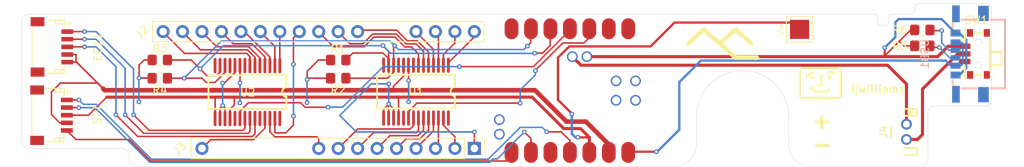
<source format=kicad_pcb>
(kicad_pcb (version 20241229) (generator "pcbnew") (generator_version "9.0")
  (layers (0 "F.Cu" signal) (2 "B.Cu" signal) (13 "F.Paste" user) (15 "B.Paste" user) (5 "F.SilkS" user "F.Silkscreen") (7 "B.SilkS" user "B.Silkscreen") (1 "F.Mask" user) (3 "B.Mask" user) (25 "Edge.Cuts" user))
  (net 0 "")
  (net 6 "GND")
  (net 7 "VCC")
  (net 8 "MOSI")
  (net 9 "SCK")
  (net 10 "CS")
  (net 11 "Net-(J2-R0)")
  (net 12 "Net-(J2-R1)")
  (net 13 "Net-(J2-R2)")
  (net 14 "Net-(J2-SHIFT)")
  (net 15 "Net-(J2-POWER)")
  (net 16 "Net-(J2-R9)")
  (net 17 "Net-(J2-R5)")
  (net 18 "Net-(J2-COMMAND)")
  (net 19 "Net-(J2-R6)")
  (net 20 "Net-(J2-R7)")
  (net 21 "Net-(J2-CONTROL)")
  (net 22 "Net-(J2-R3)")
  (net 23 "Net-(J2-R4)")
  (net 24 "Net-(J2-R8)")
  (net 25 "Net-(J2-OPTION)")
  (net 26 "Net-(J3-C3)")
  (net 27 "Net-(J3-C7)")
  (net 28 "Net-(J3-C4)")
  (net 29 "Net-(J3-C5)")
  (net 30 "Net-(J3-CAPSLOCK)")
  (net 31 "Net-(J3-C6)")
  (net 32 "Net-(J3-C2)")
  (net 33 "Net-(J3-C0)")
  (net 34 "Net-(J3-C1)")
  (net 35 "Net-(J4-Pin_1)")
  (net 36 "Net-(J4-Pin_2)")
  (net 37 "Net-(U1-SDA)")
  (net 38 "Net-(U1-SCK)")
  (net 43 "Net-(U2-GPA1)")
  (net 44 "Net-(U2-GPA2)")
  (net 47 "Net-(U2-GPA0)")
  (net 50 "Net-(USB1-CC2)")
  (net 51 "Net-(R5-Pad2)")
  (net 52 "Net-(USB1-CC1)")
  (net 57 "Net-(U1-INTA)")
  (net 59 "Net-(U2-INTA)")
  (net 60 "unconnected-(U2-INTB-Pad19)")
  (net 62 "Net-(XIAO1-5V)")
  (footprint "ADBv2:R_0805_2012Metric_Pad1.20x1.40mm_HandSolder" (layer "F.Cu") (at 147.32 105.1052 180)
    (property "Reference" "R2")
    (property "Value" "10k")
  )
  (footprint "ADBv2:R_0805_2012Metric_Pad1.20x1.40mm_HandSolder" (layer "F.Cu") (at 223.59 100.87 180)
    (property "Reference" "R5")
    (property "Value" "5.1k")
  )
  (footprint "ADBv2:PinHeader_1x20_P2.54mm_Vertical" (layer "F.Cu") (at 165.1 99 -90)
    (property "Reference" "J2")
    (property "Value" "TOP")
  )
  (footprint "ADBv2:R_0805_2012Metric_Pad1.20x1.40mm_HandSolder" (layer "F.Cu") (at 124.0276 105.1052 180)
    (property "Reference" "R4")
    (property "Value" "10k")
  )
  (footprint "ADBv2:CONN-SMD_SM05B-SRSS-TB-LF-SN" (layer "F.Cu") (at 110 101 -90)
    (property "Reference" "EC11")
    (property "Value" "EC11")
  )
  (footprint "ADBv2:SSOP-28_L10.2-W5.3-P0.65-LS7.8-BL" (layer "F.Cu") (at 157.48 106.86 180)
    (property "Reference" "U1")
    (property "Value" "MCP23017-E/SS")
  )
  (footprint "ADBv2:R_0805_2012Metric_Pad1.20x1.40mm_HandSolder" (layer "F.Cu") (at 147.32 102.7176 180)
    (property "Reference" "R1")
    (property "Value" "10k")
  )
  (footprint "ADBv2:CONN-TH_S2B-PH-K-S-GW" (layer "F.Cu") (at 221.52 112.13 90)
    (property "Reference" "J4")
    (property "Value" "BAT")
  )
  (footprint "ADBv2:xiao-ble-smd" (layer "F.Cu") (at 177.5714 106.725 -90)
    (property "Reference" "XIAO1" (hide yes))
    (property "Value" "MOUDLE-SEEEDUINO-XIAO-NRF52840" (hide yes))
  )
  (footprint "ADBv2:R_0805_2012Metric_Pad1.20x1.40mm_HandSolder" (layer "F.Cu") (at 124.0276 102.7176 180)
    (property "Reference" "R3")
    (property "Value" "10k")
  )
  (footprint "ADBv2:SW-SMD_MSK12CO2" (layer "F.Cu") (at 230.57 101.92 90)
    (property "Reference" "SW1")
    (property "Value" "MINI MSK12CO2")
  )
  (footprint "ADBv2:CONN-SMD_SM05B-SRSS-TB-LF-SN" (layer "F.Cu") (at 109.95 109.95 -90)
    (property "Reference" "SPI")
    (property "Value" "SPI")
  )
  (footprint "ADBv2:TestPoint_Pad_3.0x3.0mm" (layer "F.Cu") (at 207.56 98.71 90)
    (property "Reference" "V+")
    (property "Value" "3.3v")
  )
  (footprint "ADBv2:PinHeader_1x20_P2.54mm_Vertical" (layer "F.Cu") (at 165.1 114.3 -90)
    (property "Reference" "J3")
    (property "Value" "BOTTOM")
  )
  (footprint "ADBv2:R_0805_2012Metric_Pad1.20x1.40mm_HandSolder" (layer "F.Cu") (at 223.59 98.79)
    (property "Reference" "R6")
    (property "Value" "5.1k")
  )
  (footprint "ADBv2:SSOP-28_L10.2-W5.3-P0.65-LS7.8-BL" (layer "F.Cu") (at 135.47 106.92 180)
    (property "Reference" "U2")
    (property "Value" "MCP23017-E/SS")
  )
  (footprint "ADBv2:USB-C-SMD_TYPE-C-6P-QT073" (layer "B.Cu") (at 229.75 101.94 -90)
    (property "Reference" "USB1")
    (property "Value" "TYPE-C 6P QT073")
  )
  (gr_line (start 199.2128 98.7285) (end 201.2956 100.5827) (stroke (width 0.6)) (layer "F.SilkS"))
  (gr_line (start 209.55 106.85) (end 211.15 106.85) (stroke (width 0.3)) (layer "F.SilkS"))
  (gr_line (start 211.39 104.3) (end 211.69 104.3) (stroke (width 0.3)) (layer "F.SilkS"))
  (gr_line (start 197.13 100.57) (end 199.2128 98.7285) (stroke (width 0.6)) (layer "F.SilkS"))
  (gr_line (start 211.69 104.3) (end 211.95 104.45) (stroke (width 0.3)) (layer "F.SilkS"))
  (gr_line (start 192.9898 100.5827) (end 195.0472 98.7285) (stroke (width 0.6)) (layer "F.SilkS"))
  (gr_line (start 212.95 104.03) (end 212.95 107.43) (stroke (width 0.3)) (layer "F.SilkS"))
  (gr_line (start 211.15 106.85) (end 211.399998 106.579999) (stroke (width 0.3)) (layer "F.SilkS"))
  (gr_line (start 207.875 103.76) (end 212.665 103.76) (stroke (width 0.3)) (layer "F.SilkS"))
  (gr_line (start 209.55 106.85) (end 209.01 106.29) (stroke (width 0.3)) (layer "F.SilkS"))
  (gr_line (start 208.43 104.88) (end 209.02 104.44) (stroke (width 0.3)) (layer "F.SilkS"))
  (gr_line (start 195.0472 98.7285) (end 199.2128 102.4115) (stroke (width 0.6)) (layer "F.SilkS"))
  (gr_line (start 207.875 107.71) (end 212.665 107.71) (stroke (width 0.3)) (layer "F.SilkS"))
  (gr_line (start 199.2128 102.4115) (end 201.9814 102.4115) (stroke (width 0.6)) (layer "F.SilkS"))
  (gr_line (start 211.48 104.80625) (end 211.48 105.11375) (stroke (width 0.4)) (layer "F.SilkS"))
  (gr_line (start 207.59 104.03) (end 207.59 107.43) (stroke (width 0.3)) (layer "F.SilkS"))
  (gr_line (start 209.02 104.44) (end 209.32 104.44) (stroke (width 0.3)) (layer "F.SilkS"))
  (gr_line (start 209.025 105.03) (end 209.43 105.03) (stroke (width 0.3)) (layer "F.SilkS"))
  (gr_line (start 210.42 104.73) (end 210.42 106.04) (stroke (width 0.3)) (layer "F.SilkS"))
  (gr_line (start 211.95 104.45) (end 212.12 104.45) (stroke (width 0.3)) (layer "F.SilkS"))
  (gr_line (start 210.42 106.04) (end 209.95 106.04) (stroke (width 0.3)) (layer "F.SilkS"))
  (gr_arc (start 222.5878 95.913) (mid 222.763536 95.488736) (end 223.1878 95.313) (stroke (width 0.05)) (layer "Edge.Cuts"))
  (gr_line (start 219.610432 96.710432) (end 221.9878 96.713) (stroke (width 0.05)) (layer "Edge.Cuts"))
  (gr_line (start 194.12 110.1) (end 194.12 113.713) (stroke (width 0.05)) (layer "Edge.Cuts"))
  (gr_line (start 121 116.713) (end 191.12 116.713) (stroke (width 0.05)) (layer "Edge.Cuts"))
  (gr_line (start 231.9878 108.72) (end 225.31 108.72) (stroke (width 0.05)) (layer "Edge.Cuts"))
  (gr_line (start 106 113.3) (end 106 97.713) (stroke (width 0.05)) (layer "Edge.Cuts"))
  (gr_line (start 218.31 98.21) (end 218.61 98.21) (stroke (width 0.05)) (layer "Edge.Cuts"))
  (gr_line (start 178.8 96.713) (end 217.309969 96.710031) (stroke (width 0.05)) (layer "Edge.Cuts"))
  (gr_arc (start 121 116.713) (mid 120.292893 116.420107) (end 120 115.713) (stroke (width 0.05)) (layer "Edge.Cuts"))
  (gr_arc (start 106 97.713) (mid 106.292893 97.005893) (end 107 96.713) (stroke (width 0.05)) (layer "Edge.Cuts"))
  (gr_arc (start 219.21 97.61) (mid 219.034264 98.034264) (end 218.61 98.21) (stroke (width 0.05)) (layer "Edge.Cuts"))
  (gr_line (start 223.31 116.713) (end 209.12 116.713) (stroke (width 0.05)) (layer "Edge.Cuts"))
  (gr_arc (start 218.31 98.21) (mid 217.885736 98.034264) (end 217.71 97.61) (stroke (width 0.05)) (layer "Edge.Cuts"))
  (gr_arc (start 209.12 116.713) (mid 206.99868 115.83432) (end 206.12 113.713) (stroke (width 0.05)) (layer "Edge.Cuts"))
  (gr_line (start 222.5878 96.113) (end 222.5878 95.913) (stroke (width 0.05)) (layer "Edge.Cuts"))
  (gr_line (start 219.21 97.61) (end 219.21 97.110432) (stroke (width 0.05)) (layer "Edge.Cuts"))
  (gr_line (start 232.5878 95.913) (end 232.5878 108.12) (stroke (width 0.05)) (layer "Edge.Cuts"))
  (gr_arc (start 219.21 97.110432) (mid 219.32731 96.827437) (end 219.610432 96.710432) (stroke (width 0.05)) (layer "Edge.Cuts"))
  (gr_arc (start 231.9878 95.313) (mid 232.412064 95.488736) (end 232.5878 95.913) (stroke (width 0.05)) (layer "Edge.Cuts"))
  (gr_arc (start 194.12 110.1) (mid 195.877359 105.857359) (end 200.12 104.1) (stroke (width 0.05)) (layer "Edge.Cuts"))
  (gr_arc (start 224.31 109.72) (mid 224.602893 109.012893) (end 225.31 108.72) (stroke (width 0.05)) (layer "Edge.Cuts"))
  (gr_arc (start 107 114.3) (mid 106.292893 114.007107) (end 106 113.3) (stroke (width 0.05)) (layer "Edge.Cuts"))
  (gr_arc (start 217.309969 96.710031) (mid 217.592832 96.827177) (end 217.71 97.110031) (stroke (width 0.05)) (layer "Edge.Cuts"))
  (gr_arc (start 222.5878 96.113) (mid 222.412064 96.537264) (end 221.9878 96.713) (stroke (width 0.05)) (layer "Edge.Cuts"))
  (gr_line (start 119 114.3) (end 107 114.3) (stroke (width 0.05)) (layer "Edge.Cuts"))
  (gr_arc (start 119 114.3) (mid 119.707107 114.592893) (end 120 115.3) (stroke (width 0.05)) (layer "Edge.Cuts"))
  (gr_line (start 223.1878 95.313) (end 231.9878 95.313) (stroke (width 0.05)) (layer "Edge.Cuts"))
  (gr_arc (start 200.12 104.1) (mid 204.362641 105.857359) (end 206.12 110.1) (stroke (width 0.05)) (layer "Edge.Cuts"))
  (gr_line (start 224.31 109.72) (end 224.31 115.713) (stroke (width 0.05)) (layer "Edge.Cuts"))
  (gr_line (start 120 115.713) (end 120 115.3) (stroke (width 0.05)) (layer "Edge.Cuts"))
  (gr_line (start 217.71 97.110031) (end 217.71 97.61) (stroke (width 0.05)) (layer "Edge.Cuts"))
  (gr_arc (start 194.12 113.713) (mid 193.24132 115.83432) (end 191.12 116.713) (stroke (width 0.05)) (layer "Edge.Cuts"))
  (gr_line (start 206.12 110.1) (end 206.12 113.713) (stroke (width 0.05)) (layer "Edge.Cuts"))
  (gr_line (start 107 96.713) (end 178.8 96.713) (stroke (width 0.05)) (layer "Edge.Cuts"))
  (gr_arc (start 232.5878 108.12) (mid 232.412064 108.544264) (end 231.9878 108.72) (stroke (width 0.05)) (layer "Edge.Cuts"))
  (gr_arc (start 224.31 115.713) (mid 224.017107 116.420107) (end 223.31 116.713) (stroke (width 0.05)) (layer "Edge.Cuts"))
  (gr_text "-" (at 209 114.94 0) (layer "F.SilkS") (effects (font (size 2 2) (thickness 0.4) (bold yes)) (justify left bottom)))
  (gr_text "+" (at 208.95 111.88 0) (layer "F.SilkS") (effects (font (size 2 2) (thickness 0.4) (bold yes)) (justify left bottom)))
  (gr_text "ljwilliams" (at 214.12 107.11 0) (layer "F.SilkS") (effects (font (size 1 1) (thickness 0.2) (bold yes)) (justify left bottom)))
  (segment (start 129.54 106.68) (end 116.84 106.68) (width 0.6) (layer "F.Cu") (net 6))
  (segment (start 110.975 110.95) (end 109.88 109.855) (width 0.2) (layer "F.Cu") (net 6))
  (segment (start 153.924 105.8418) (end 153.924 106.68) (width 0.2) (layer "F.Cu") (net 6))
  (segment (start 152.39 106.68) (end 129.54 106.68) (width 0.6) (layer "F.Cu") (net 6))
  (segment (start 112 102) (end 113.09 102) (width 0.2) (layer "F.Cu") (net 6))
  (segment (start 133.85 104.3512) (end 133.85 103.378) (width 0.2) (layer "F.Cu") (net 6))
  (segment (start 113.09 102) (end 113.09 102.93) (width 0.2) (layer "F.Cu") (net 6))
  (segment (start 131.9 110.578) (end 131.9 108.9936) (width 0.2) (layer "F.Cu") (net 6))
  (segment (start 111.03 105.74) (end 115.9 105.74) (width 0.2) (layer "F.Cu") (net 6))
  (segment (start 154.5336 106.1564) (end 154.5336 106.68) (width 0.2) (layer "F.Cu") (net 6))
  (segment (start 111.95 110.95) (end 110.975 110.95) (width 0.2) (layer "F.Cu") (net 6))
  (segment (start 153.8986 108.4834) (end 153.924 108.4834) (width 0.2) (layer "F.Cu") (net 6))
  (segment (start 109.88 109.855) (end 109.88 106.9) (width 0.2) (layer "F.Cu") (net 6))
  (segment (start 155.855 104.835) (end 154.5336 106.1564) (width 0.2) (layer "F.Cu") (net 6))
  (segment (start 132.2324 108.6866) (end 132.2578 108.6866) (width 0.2) (layer "F.Cu") (net 6))
  (segment (start 153.905 108.477) (end 153.8986 108.4834) (width 0.2) (layer "F.Cu") (net 6))
  (segment (start 129.54 106.68) (end 132.207 106.68) (width 0.6) (layer "F.Cu") (net 6))
  (segment (start 111.03 105.75) (end 111.03 105.74) (width 0.2) (layer "F.Cu") (net 6))
  (segment (start 131.9 108.9936) (end 132.2324 108.6612) (width 0.2) (layer "F.Cu") (net 6))
  (segment (start 132.2324 108.6612) (end 132.2324 108.6866) (width 0.2) (layer "F.Cu") (net 6))
  (segment (start 112.01 103) (end 113.16 103) (width 0.2) (layer "F.Cu") (net 6))
  (segment (start 153.924 108.4834) (end 153.924 108.458) (width 0.2) (layer "F.Cu") (net 6))
  (segment (start 116.84 106.68) (end 116.63 106.47) (width 0.6) (layer "F.Cu") (net 6))
  (segment (start 153.905 110.28) (end 153.905 108.477) (width 0.2) (layer "F.Cu") (net 6))
  (segment (start 179.66 110.79) (end 182.6514 113.7814) (width 0.6) (layer "F.Cu") (net 6))
  (segment (start 132.55 108.9788) (end 132.55 110.578) (width 0.2) (layer "F.Cu") (net 6))
  (segment (start 165.1 114.3) (end 165.1 112.141) (width 0.2) (layer "F.Cu") (net 6))
  (segment (start 173.02 106.68) (end 177.13 110.79) (width 0.6) (layer "F.Cu") (net 6))
  (segment (start 132.2324 108.6612) (end 132.2324 108.6612) (width 0.2) (layer "F.Cu") (net 6))
  (segment (start 153.255 110.28) (end 153.255 109.1524) (width 0.2) (layer "F.Cu") (net 6))
  (segment (start 109.88 106.9) (end 111.03 105.75) (width 0.2) (layer "F.Cu") (net 6))
  (segment (start 153.255 109.1524) (end 153.924 108.4834) (width 0.2) (layer "F.Cu") (net 6))
  (segment (start 132.207 106.68) (end 132.207 105.9942) (width 0.2) (layer "F.Cu") (net 6))
  (segment (start 154.555 109.1144) (end 153.924 108.4834) (width 0.2) (layer "F.Cu") (net 6))
  (segment (start 116.385 106.225) (end 116.63 106.47) (width 0.2) (layer "F.Cu") (net 6))
  (segment (start 182.6514 113.7814) (end 182.6514 115.29496) (width 0.6) (layer "F.Cu") (net 6))
  (segment (start 152.39 106.68) (end 173.02 106.68) (width 0.6) (layer "F.Cu") (net 6))
  (segment (start 153.924 108.458) (end 153.924 108.458) (width 0.2) (layer "F.Cu") (net 6))
  (segment (start 154.5336 106.68) (end 153.924 106.68) (width 0.6) (layer "F.Cu") (net 6))
  (segment (start 154.555 110.28) (end 154.555 109.1144) (width 0.2) (layer "F.Cu") (net 6))
  (segment (start 115.9 105.74) (end 116.385 106.225) (width 0.2) (layer "F.Cu") (net 6))
  (segment (start 113.16 103) (end 116.385 106.225) (width 0.2) (layer "F.Cu") (net 6))
  (segment (start 132.2578 108.6866) (end 132.55 108.9788) (width 0.2) (layer "F.Cu") (net 6))
  (segment (start 113.09 102.93) (end 116.63 106.47) (width 0.2) (layer "F.Cu") (net 6))
  (segment (start 155.855 103.08) (end 155.855 104.835) (width 0.2) (layer "F.Cu") (net 6))
  (segment (start 132.2324 105.7402) (end 132.2324 106.6546) (width 0.2) (layer "F.Cu") (net 6))
  (segment (start 132.2324 106.6546) (end 132.207 106.68) (width 0.2) (layer "F.Cu") (net 6))
  (segment (start 132.207 105.9942) (end 133.85 104.3512) (width 0.2) (layer "F.Cu") (net 6))
  (segment (start 177.13 110.79) (end 179.66 110.79) (width 0.6) (layer "F.Cu") (net 6))
  (via (at 153.924 108.4834) (size 0.6) (drill 0.3) (layers "F.Cu" "B.Cu") (net 6))
  (via (at 153.924 105.8418) (size 0.6) (drill 0.3) (layers "F.Cu" "B.Cu") (net 6))
  (via (at 165.1 112.141) (size 0.6) (drill 0.3) (layers "F.Cu" "B.Cu") (net 6))
  (via (at 132.2324 105.7402) (size 0.6) (drill 0.3) (layers "F.Cu" "B.Cu") (net 6))
  (via (at 132.2324 108.6866) (size 0.6) (drill 0.3) (layers "F.Cu" "B.Cu") (net 6))
  (segment (start 147.5232 109.982) (end 151.6634 105.8418) (width 0.2) (layer "B.Cu") (net 6))
  (segment (start 165.1 112.141) (end 149.6822 112.141) (width 0.2) (layer "B.Cu") (net 6))
  (segment (start 151.6634 105.8418) (end 153.924 105.8418) (width 0.2) (layer "B.Cu") (net 6))
  (segment (start 153.924 105.8418) (end 153.924 105.8926) (width 0.2) (layer "B.Cu") (net 6))
  (segment (start 132.2324 108.6866) (end 132.2324 105.7402) (width 0.2) (layer "B.Cu") (net 6))
  (segment (start 153.924 108.4834) (end 153.924 105.8418) (width 0.2) (layer "B.Cu") (net 6))
  (segment (start 149.6822 112.141) (end 147.5232 109.982) (width 0.2) (layer "B.Cu") (net 6))
  (segment (start 132.2324 105.7402) (end 132.2324 105.8926) (width 0.2) (layer "B.Cu") (net 6))
  (segment (start 131.25 107.5882) (end 131.2418 107.58) (width 0.2) (layer "F.Cu") (net 7))
  (segment (start 156.32 107.58) (end 172.644918 107.58) (width 0.4) (layer "F.Cu") (net 7))
  (segment (start 131.25 110.578) (end 131.25 107.5882) (width 0.2) (layer "F.Cu") (net 7))
  (segment (start 121.32 103.38) (end 121.9824 102.7176) (width 0.2) (layer "F.Cu") (net 7))
  (segment (start 178.6314 112.8514) (end 180.1114 112.8514) (width 0.3) (layer "F.Cu") (net 7))
  (segment (start 156.505 103.08) (end 156.505 105.4002) (width 0.2) (layer "F.Cu") (net 7))
  (segment (start 206.67 97.82) (end 207.56 98.71) (width 0.3) (layer "F.Cu") (net 7))
  (segment (start 121.3 108.2) (end 121.3 107.58) (width 0.2) (layer "F.Cu") (net 7))
  (segment (start 121.32 105.08) (end 123.0024 105.08) (width 0.2) (layer "F.Cu") (net 7))
  (segment (start 178.61 112.83) (end 178.6314 112.8514) (width 0.3) (layer "F.Cu") (net 7))
  (segment (start 176.02 102.41) (end 177.49 100.94) (width 0.3) (layer "F.Cu") (net 7))
  (segment (start 143.27 104.2) (end 144.7524 102.7176) (width 0.2) (layer "F.Cu") (net 7))
  (segment (start 177.83 109.79) (end 177.87 109.79) (width 0.3) (layer "F.Cu") (net 7))
  (segment (start 117.094 107.58) (end 121.3 107.58) (width 0.4) (layer "F.Cu") (net 7))
  (segment (start 172.644918 107.58) (end 176.764918 111.7) (width 0.4) (layer "F.Cu") (net 7))
  (segment (start 121.3 107.58) (end 131.2418 107.58) (width 0.4) (layer "F.Cu") (net 7))
  (segment (start 156.5148 107.6054) (end 156.5402 107.58) (width 0.2) (layer "F.Cu") (net 7))
  (segment (start 188.11 100.94) (end 191.23 97.82) (width 0.3) (layer "F.Cu") (net 7))
  (segment (start 143.27 105.28) (end 143.27 104.2) (width 0.2) (layer "F.Cu") (net 7))
  (segment (start 155.205 110.28) (end 155.205 109.205) (width 0.2) (layer "F.Cu") (net 7))
  (segment (start 114.724 109.95) (end 117.094 107.58) (width 0.2) (layer "F.Cu") (net 7))
  (segment (start 155.205 109.205) (end 155.194 109.194) (width 0.2) (layer "F.Cu") (net 7))
  (segment (start 143.27 105.28) (end 143.4448 105.1052) (width 0.2) (layer "F.Cu") (net 7))
  (segment (start 143.4448 105.1052) (end 146.32 105.1052) (width 0.2) (layer "F.Cu") (net 7))
  (segment (start 121.9824 102.7176) (end 123.0276 102.7176) (width 0.2) (layer "F.Cu") (net 7))
  (segment (start 156.5148 108.19) (end 156.5148 107.6054) (width 0.2) (layer "F.Cu") (net 7))
  (segment (start 134.5 105.7078) (end 134.493 105.7148) (width 0.2) (layer "F.Cu") (net 7))
  (segment (start 134.493 107.58) (end 143.256 107.58) (width 0.4) (layer "F.Cu") (net 7))
  (segment (start 133.2 109.1668) (end 133.7564 108.6104) (width 0.2) (layer "F.Cu") (net 7))
  (segment (start 144.7524 102.7176) (end 146.32 102.7176) (width 0.2) (layer "F.Cu") (net 7))
  (segment (start 180.1114 112.8514) (end 180.1114 115.29496) (width 0.4) (layer "F.Cu") (net 7))
  (segment (start 143.256 107.58) (end 155.194 107.58) (width 0.4) (layer "F.Cu") (net 7))
  (segment (start 155.194 109.194) (end 155.194 107.58) (width 0.2) (layer "F.Cu") (net 7))
  (segment (start 178.96 111.7) (end 180.1114 112.8514) (width 0.4) (layer "F.Cu") (net 7))
  (segment (start 133.2 110.578) (end 133.2 109.1668) (width 0.2) (layer "F.Cu") (net 7))
  (segment (start 176.764918 111.7) (end 178.96 111.7) (width 0.4) (layer "F.Cu") (net 7))
  (segment (start 134.48 108.34) (end 134.493 108.327) (width 0.2) (layer "F.Cu") (net 7))
  (segment (start 177.83 109.75) (end 176.02 107.94) (width 0.3) (layer "F.Cu") (net 7))
  (segment (start 123.0024 105.08) (end 123.0276 105.1052) (width 0.2) (layer "F.Cu") (net 7))
  (segment (start 133.7564 107.58) (end 134.493 107.58) (width 0.4) (layer "F.Cu") (net 7))
  (segment (start 121.32 105.08) (end 121.32 103.38) (width 0.2) (layer "F.Cu") (net 7))
  (segment (start 133.7564 108.6104) (end 133.7564 107.58) (width 0.2) (layer "F.Cu") (net 7))
  (segment (start 156.32 107.58) (end 156.5402 107.58) (width 0.4) (layer "F.Cu") (net 7))
  (segment (start 131.2418 107.58) (end 133.7564 107.58) (width 0.4) (layer "F.Cu") (net 7))
  (segment (start 177.87 109.79) (end 177.83 109.75) (width 0.3) (layer "F.Cu") (net 7))
  (segment (start 176.02 107.94) (end 176.02 102.41) (width 0.3) (layer "F.Cu") (net 7))
  (segment (start 177.49 100.94) (end 188.11 100.94) (width 0.3) (layer "F.Cu") (net 7))
  (segment (start 143.256 108.3056) (end 143.256 107.58) (width 0.2) (layer "F.Cu") (net 7))
  (segment (start 156.505 105.4002) (end 156.5148 105.41) (width 0.2) (layer "F.Cu") (net 7))
  (segment (start 111.96 109.95) (end 114.724 109.95) (width 0.2) (layer "F.Cu") (net 7))
  (segment (start 177.83 109.75) (end 177.83 109.79) (width 0.3) (layer "F.Cu") (net 7))
  (segment (start 134.5 103.378) (end 134.5 105.7078) (width 0.2) (layer "F.Cu") (net 7))
  (segment (start 191.23 97.82) (end 206.67 97.82) (width 0.3) (layer "F.Cu") (net 7))
  (segment (start 134.493 108.327) (end 134.493 107.58) (width 0.2) (layer "F.Cu") (net 7))
  (segment (start 155.194 107.58) (end 156.32 107.58) (width 0.4) (layer "F.Cu") (net 7))
  (via (at 134.48 108.34) (size 0.6) (drill 0.3) (layers "F.Cu" "B.Cu") (net 7))
  (via (at 121.32 105.08) (size 0.6) (drill 0.3) (layers "F.Cu" "B.Cu") (net 7))
  (via (at 143.256 108.3056) (size 0.6) (drill 0.3) (layers "F.Cu" "B.Cu") (net 7))
  (via (at 143.27 105.28) (size 0.6) (drill 0.3) (layers "F.Cu" "B.Cu") (net 7))
  (via (at 177.83 109.79) (size 0.6) (drill 0.3) (layers "F.Cu" "B.Cu") (net 7))
  (via (at 156.5148 108.19) (size 0.6) (drill 0.3) (layers "F.Cu" "B.Cu") (net 7))
  (via (at 121.3 108.2) (size 0.6) (drill 0.3) (layers "F.Cu" "B.Cu") (net 7))
  (via (at 134.493 105.7148) (size 0.6) (drill 0.3) (layers "F.Cu" "B.Cu") (net 7))
  (via (at 178.61 112.83) (size 0.6) (drill 0.3) (layers "F.Cu" "B.Cu") (net 7))
  (via (at 156.5148 105.41) (size 0.6) (drill 0.3) (layers "F.Cu" "B.Cu") (net 7))
  (segment (start 143.2814 108.3056) (end 143.256 108.3056) (width 0.2) (layer "B.Cu") (net 7))
  (segment (start 134.493 108.327) (end 134.48 108.34) (width 0.2) (layer "B.Cu") (net 7))
  (segment (start 156.5148 105.41) (end 156.5148 108.19) (width 0.2) (layer "B.Cu") (net 7))
  (segment (start 143.256 105.294) (end 143.27 105.28) (width 0.2) (layer "B.Cu") (net 7))
  (segment (start 143.256 106.6038) (end 143.256 105.294) (width 0.2) (layer "B.Cu") (net 7))
  (segment (start 121.3 105.06) (end 121.32 105.08) (width 0.2) (layer "B.Cu") (net 7))
  (segment (start 134.493 105.7148) (end 134.493 108.327) (width 0.2) (layer "B.Cu") (net 7))
  (segment (start 121.3 108.2) (end 121.296 108.204) (width 0.2) (layer "B.Cu") (net 7))
  (segment (start 143.27 105.28) (end 143.256 105.266) (width 0.2) (layer "B.Cu") (net 7))
  (segment (start 121.3 105.1) (end 121.3 108.2) (width 0.2) (layer "B.Cu") (net 7))
  (segment (start 177.83 112.39) (end 177.96 112.52) (width 0.3) (layer "B.Cu") (net 7))
  (segment (start 178.28 112.84) (end 178.61 112.83) (width 0.3) (layer "B.Cu") (net 7))
  (segment (start 177.96 112.52) (end 178.28 112.84) (width 0.3) (layer "B.Cu") (net 7))
  (segment (start 143.256 108.2802) (end 143.256 108.2802) (width 0.2) (layer "B.Cu") (net 7))
  (segment (start 121.32 105.08) (end 121.3 105.1) (width 0.2) (layer "B.Cu") (net 7))
  (segment (start 143.2814 108.3056) (end 143.2814 108.3056) (width 0.2) (layer "B.Cu") (net 7))
  (segment (start 177.83 109.79) (end 177.83 112.39) (width 0.3) (layer "B.Cu") (net 7))
  (segment (start 178.61 112.83) (end 178.61 112.84) (width 0.3) (layer "B.Cu") (net 7))
  (segment (start 143.256 108.2802) (end 143.256 106.6038) (width 0.2) (layer "B.Cu") (net 7))
  (segment (start 143.256 108.3056) (end 143.256 108.2802) (width 0.2) (layer "B.Cu") (net 7))
  (segment (start 177.5714 113.2614) (end 176.44 112.13) (width 0.2) (layer "F.Cu") (net 8))
  (segment (start 174.54 112.12) (end 174.57 112.13) (width 0.2) (layer "F.Cu") (net 8))
  (segment (start 177.5714 115.29496) (end 177.5714 113.2614) (width 0.2) (layer "F.Cu") (net 8))
  (segment (start 174.59 112.13) (end 174.54 112.12) (width 0.2) (layer "F.Cu") (net 8))
  (segment (start 111.95 107.95) (end 113.47 107.95) (width 0.2) (layer "F.Cu") (net 8))
  (segment (start 174.57 112.13) (end 174.58 112.13) (width 0.2) (layer "F.Cu") (net 8))
  (segment (start 176.44 112.13) (end 174.59 112.13) (width 0.2) (layer "F.Cu") (net 8))
  (via (at 113.47 107.95) (size 0.6) (drill 0.3) (layers "F.Cu" "B.Cu") (net 8))
  (via (at 174.54 112.12) (size 0.6) (drill 0.3) (layers "F.Cu" "B.Cu") (net 8))
  (segment (start 171.08 111.55) (end 166.916949 115.713051) (width 0.2) (layer "B.Cu") (net 8))
  (segment (start 115.74 108.53) (end 114.05 108.53) (width 0.2) (layer "B.Cu") (net 8))
  (segment (start 122.923051 115.713051) (end 115.74 108.53) (width 0.2) (layer "B.Cu") (net 8))
  (segment (start 166.916949 115.713051) (end 122.923051 115.713051) (width 0.2) (layer "B.Cu") (net 8))
  (segment (start 113.47 107.95) (end 113.48 107.96) (width 0.2) (layer "B.Cu") (net 8))
  (segment (start 174.54 112.12) (end 173.97 111.55) (width 0.2) (layer "B.Cu") (net 8))
  (segment (start 173.97 111.55) (end 171.08 111.55) (width 0.2) (layer "B.Cu") (net 8))
  (segment (start 114.05 108.53) (end 113.47 107.95) (width 0.2) (layer "B.Cu") (net 8))
  (segment (start 171.64 112.15) (end 171.62 112.15) (width 0.2) (layer "F.Cu") (net 9))
  (segment (start 171.62 112.13) (end 171.62 112.13) (width 0.2) (layer "F.Cu") (net 9))
  (segment (start 171.62 112.15) (end 171.62 112.13) (width 0.2) (layer "F.Cu") (net 9))
  (segment (start 111.96 108.95) (end 113.44 108.95) (width 0.2) (layer "F.Cu") (net 9))
  (segment (start 113.44 108.95) (end 113.45 108.96) (width 0.2) (layer "F.Cu") (net 9))
  (segment (start 172.4914 113.0014) (end 171.64 112.15) (width 0.2) (layer "F.Cu") (net 9))
  (segment (start 172.4914 115.29496) (end 172.4914 113.0014) (width 0.2) (layer "F.Cu") (net 9))
  (via (at 113.45 108.96) (size 0.6) (drill 0.3) (layers "F.Cu" "B.Cu") (net 9))
  (via (at 171.62 112.15) (size 0.6) (drill 0.3) (layers "F.Cu" "B.Cu") (net 9))
  (segment (start 113.45 108.96) (end 113.45 108.92) (width 0.2) (layer "B.Cu") (net 9))
  (segment (start 167.53 115.68) (end 167.096949 116.113051) (width 0.2) (layer "B.Cu") (net 9))
  (segment (start 115.56 108.96) (end 113.49 108.96) (width 0.2) (layer "B.Cu") (net 9))
  (segment (start 113.45 108.92) (end 113.49 108.96) (width 0.2) (layer "B.Cu") (net 9))
  (segment (start 167.096949 116.113051) (end 122.713051 116.113051) (width 0.2) (layer "B.Cu") (net 9))
  (segment (start 113.49 108.96) (end 113.45 108.96) (width 0.2) (layer "B.Cu") (net 9))
  (segment (start 171.62 112.15) (end 168.09 115.68) (width 0.2) (layer "B.Cu") (net 9))
  (segment (start 168.09 115.68) (end 167.53 115.68) (width 0.2) (layer "B.Cu") (net 9))
  (segment (start 122.713051 116.113051) (end 115.56 108.96) (width 0.2) (layer "B.Cu") (net 9))
  (segment (start 120.024657 113.134657) (end 122.84 115.95) (width 0.2) (layer "F.Cu") (net 10))
  (segment (start 113.074657 113.134657) (end 120.024657 113.134657) (width 0.2) (layer "F.Cu") (net 10))
  (segment (start 122.84 115.95) (end 169.29636 115.95) (width 0.2) (layer "F.Cu") (net 10))
  (segment (start 111.89 111.95) (end 113.074657 113.134657) (width 0.2) (layer "F.Cu") (net 10))
  (segment (start 169.29636 115.95) (end 169.9514 115.29496) (width 0.2) (layer "F.Cu") (net 10))
  (segment (start 139.7 103.886) (end 139.7 99.06) (width 0.2) (layer "F.Cu") (net 11))
  (segment (start 162.56 100.5) (end 162.56 99.06) (width 0.2) (layer "F.Cu") (net 12))
  (segment (start 161.055 102.005) (end 162.56 100.5) (width 0.2) (layer "F.Cu") (net 12))
  (segment (start 161.055 103.08) (end 161.055 102.005) (width 0.2) (layer "F.Cu") (net 12))
  (segment (start 161.705 103.08) (end 165.1 99.685) (width 0.2) (layer "F.Cu") (net 13))
  (segment (start 165.1 99.685) (end 165.1 99.06) (width 0.2) (layer "F.Cu") (net 13))
  (segment (start 127.257686 101.857686) (end 135.378314 101.857686) (width 0.2) (layer "F.Cu") (net 14))
  (segment (start 124.46 99.06) (end 127.257686 101.857686) (width 0.2) (layer "F.Cu") (net 14))
  (segment (start 135.8 102.279372) (end 135.8 103.378) (width 0.2) (layer "F.Cu") (net 14))
  (segment (start 135.378314 101.857686) (end 135.8 102.279372) (width 0.2) (layer "F.Cu") (net 14))
  (segment (start 135.8 103.886) (end 135.8 102.811) (width 0.2) (layer "F.Cu") (net 14))
  (segment (start 135.636 100.984) (end 137.1 102.448) (width 0.2) (layer "F.Cu") (net 15))
  (segment (start 129.54 99.06) (end 131.464 100.984) (width 0.2) (layer "F.Cu") (net 15))
  (segment (start 131.464 100.984) (end 135.636 100.984) (width 0.2) (layer "F.Cu") (net 15))
  (segment (start 137.1 102.448) (end 137.1 103.378) (width 0.2) (layer "F.Cu") (net 15))
  (segment (start 137.75 102.303) (end 137.75 103.378) (width 0.2) (layer "F.Cu") (net 16))
  (segment (start 133.604 100.584) (end 136.031 100.584) (width 0.2) (layer "F.Cu") (net 16))
  (segment (start 132.08 99.06) (end 133.604 100.584) (width 0.2) (layer "F.Cu") (net 16))
  (segment (start 136.031 100.584) (end 137.75 102.303) (width 0.2) (layer "F.Cu") (net 16))
  (segment (start 132.08 99.568) (end 132.08 99.06) (width 0.2) (layer "F.Cu") (net 16))
  (segment (start 154.882314 99.314) (end 156.178314 100.61) (width 0.2) (layer "F.Cu") (net 17))
  (segment (start 147.32 99.06) (end 148.844 100.584) (width 0.2) (layer "F.Cu") (net 17))
  (segment (start 156.178314 100.61) (end 157.48 100.61) (width 0.2) (layer "F.Cu") (net 17))
  (segment (start 151.816173 99.314) (end 154.882314 99.314) (width 0.2) (layer "F.Cu") (net 17))
  (segment (start 157.48 100.61) (end 158.455 101.585) (width 0.2) (layer "F.Cu") (net 17))
  (segment (start 150.546173 100.584) (end 151.816173 99.314) (width 0.2) (layer "F.Cu") (net 17))
  (segment (start 148.844 100.584) (end 150.546173 100.584) (width 0.2) (layer "F.Cu") (net 17))
  (segment (start 158.455 101.585) (end 158.455 103.08) (width 0.2) (layer "F.Cu") (net 17))
  (segment (start 159.755 103.08) (end 159.755 101.335) (width 0.2) (layer "F.Cu") (net 18))
  (segment (start 159.755 101.335) (end 157.48 99.06) (width 0.2) (layer "F.Cu") (net 18))
  (segment (start 156.89 101.01) (end 157.805 101.925) (width 0.2) (layer "F.Cu") (net 19))
  (segment (start 156.012628 101.01) (end 156.89 101.01) (width 0.2) (layer "F.Cu") (net 19))
  (segment (start 144.78 99.06) (end 146.704 100.984) (width 0.2) (layer "F.Cu") (net 19))
  (segment (start 150.711859 100.984) (end 151.981859 99.714) (width 0.2) (layer "F.Cu") (net 19))
  (segment (start 151.981859 99.714) (end 154.716628 99.714) (width 0.2) (layer "F.Cu") (net 19))
  (segment (start 154.716628 99.714) (end 156.012628 101.01) (width 0.2) (layer "F.Cu") (net 19))
  (segment (start 157.805 101.925) (end 157.805 103.08) (width 0.2) (layer "F.Cu") (net 19))
  (segment (start 146.704 100.984) (end 150.711859 100.984) (width 0.2) (layer "F.Cu") (net 19))
  (segment (start 141.478 111.252) (end 141.478 110.0836) (width 0.2) (layer "F.Cu") (net 20))
  (segment (start 141.478 99.822) (end 142.24 99.06) (width 0.2) (layer "F.Cu") (net 20))
  (segment (start 139.05 112.161) (end 139.05 110.578) (width 0.2) (layer "F.Cu") (net 20))
  (segment (start 139.05 110.28) (end 139.05 111.355) (width 0.2) (layer "F.Cu") (net 20))
  (segment (start 139.15 112.261) (end 140.469 112.261) (width 0.2) (layer "F.Cu") (net 20))
  (segment (start 140.469 112.261) (end 141.478 111.252) (width 0.2) (layer "F.Cu") (net 20))
  (segment (start 141.478 103.2764) (end 141.478 99.822) (width 0.2) (layer "F.Cu") (net 20))
  (segment (start 139.05 112.161) (end 139.15 112.261) (width 0.2) (layer "F.Cu") (net 20))
  (via (at 141.478 110.0836) (size 0.6) (drill 0.3) (layers "F.Cu" "B.Cu") (net 20))
  (via (at 141.478 103.2764) (size 0.6) (drill 0.3) (layers "F.Cu" "B.Cu") (net 20))
  (segment (start 141.478 110.0836) (end 141.478 103.2764) (width 0.2) (layer "B.Cu") (net 20))
  (segment (start 127 99.06) (end 129.324 101.384) (width 0.2) (layer "F.Cu") (net 21))
  (segment (start 129.324 101.384) (end 135.470314 101.384) (width 0.2) (layer "F.Cu") (net 21))
  (segment (start 136.45 103.886) (end 136.45 102.811) (width 0.2) (layer "F.Cu") (net 21))
  (segment (start 135.470314 101.384) (end 136.45 102.363686) (width 0.2) (layer "F.Cu") (net 21))
  (segment (start 136.45 102.363686) (end 136.45 103.378) (width 0.2) (layer "F.Cu") (net 21))
  (segment (start 135.128 99.06) (end 138.4 102.332) (width 0.2) (layer "F.Cu") (net 22))
  (segment (start 134.62 99.06) (end 135.128 99.06) (width 0.2) (layer "F.Cu") (net 22))
  (segment (start 138.4 102.332) (end 138.4 103.378) (width 0.2) (layer "F.Cu") (net 22))
  (segment (start 154.94 98.806) (end 156.344 100.21) (width 0.2) (layer "F.Cu") (net 23))
  (segment (start 159.105 101.669314) (end 159.105 103.08) (width 0.2) (layer "F.Cu") (net 23))
  (segment (start 157.645686 100.21) (end 159.105 101.669314) (width 0.2) (layer "F.Cu") (net 23))
  (segment (start 150.114 98.806) (end 154.94 98.806) (width 0.2) (layer "F.Cu") (net 23))
  (segment (start 156.344 100.21) (end 157.645686 100.21) (width 0.2) (layer "F.Cu") (net 23))
  (segment (start 149.86 99.06) (end 150.114 98.806) (width 0.2) (layer "F.Cu") (net 23))
  (segment (start 139.05 100.95) (end 139.05 103.378) (width 0.2) (layer "F.Cu") (net 24))
  (segment (start 137.16 99.06) (end 139.05 100.95) (width 0.2) (layer "F.Cu") (net 24))
  (segment (start 160.405 99.445) (end 160.02 99.06) (width 0.2) (layer "F.Cu") (net 25))
  (segment (start 160.405 103.08) (end 160.405 99.445) (width 0.2) (layer "F.Cu") (net 25))
  (segment (start 154.94 114.3) (end 156.21 113.03) (width 0.2) (layer "F.Cu") (net 26))
  (segment (start 157.988 113.03) (end 159.105 111.913) (width 0.2) (layer "F.Cu") (net 26))
  (segment (start 156.21 113.03) (end 157.988 113.03) (width 0.2) (layer "F.Cu") (net 26))
  (segment (start 159.105 111.913) (end 159.105 110.28) (width 0.2) (layer "F.Cu") (net 26))
  (segment (start 144.526 112.776) (end 144.78 113.03) (width 0.2) (layer "F.Cu") (net 27))
  (segment (start 138.4 112.136) (end 139.04 112.776) (width 0.2) (layer "F.Cu") (net 27))
  (segment (start 139.04 112.776) (end 144.526 112.776) (width 0.2) (layer "F.Cu") (net 27))
  (segment (start 138.4 112.136) (end 138.4 110.578) (width 0.2) (layer "F.Cu") (net 27))
  (segment (start 144.78 113.03) (end 144.78 114.3) (width 0.2) (layer "F.Cu") (net 27))
  (segment (start 154.07 112.63) (end 157.734 112.63) (width 0.2) (layer "F.Cu") (net 28))
  (segment (start 152.4 114.3) (end 154.07 112.63) (width 0.2) (layer "F.Cu") (net 28))
  (segment (start 158.455 111.909) (end 158.455 110.28) (width 0.2) (layer "F.Cu") (net 28))
  (segment (start 157.734 112.63) (end 158.455 111.909) (width 0.2) (layer "F.Cu") (net 28))
  (segment (start 151.93 112.23) (end 157.48 112.23) (width 0.2) (layer "F.Cu") (net 29))
  (segment (start 157.805 111.905) (end 157.805 110.28) (width 0.2) (layer "F.Cu") (net 29))
  (segment (start 149.86 114.3) (end 151.93 112.23) (width 0.2) (layer "F.Cu") (net 29))
  (segment (start 157.48 112.23) (end 157.805 111.905) (width 0.2) (layer "F.Cu") (net 29))
  (segment (start 130.69 113.15) (end 136.253 113.15) (width 0.2) (layer "F.Cu") (net 30))
  (segment (start 137.75 111.653) (end 137.75 110.578) (width 0.2) (layer "F.Cu") (net 30))
  (segment (start 129.54 114.3) (end 130.69 113.15) (width 0.2) (layer "F.Cu") (net 30))
  (segment (start 136.253 113.15) (end 137.75 111.653) (width 0.2) (layer "F.Cu") (net 30))
  (segment (start 149.86 111.76) (end 156.718 111.76) (width 0.2) (layer "F.Cu") (net 31))
  (segment (start 147.32 114.3) (end 149.86 111.76) (width 0.2) (layer "F.Cu") (net 31))
  (segment (start 156.718 111.76) (end 157.155 111.323) (width 0.2) (layer "F.Cu") (net 31))
  (segment (start 157.155 111.323) (end 157.155 110.28) (width 0.2) (layer "F.Cu") (net 31))
  (segment (start 159.755 112.025) (end 157.48 114.3) (width 0.2) (layer "F.Cu") (net 32))
  (segment (start 159.755 110.28) (end 159.755 112.025) (width 0.2) (layer "F.Cu") (net 32))
  (segment (start 162.56 112.776) (end 162.56 114.3) (width 0.2) (layer "F.Cu") (net 33))
  (segment (start 161.055 110.28) (end 161.055 111.271) (width 0.2) (layer "F.Cu") (net 33))
  (segment (start 161.055 111.271) (end 162.56 112.776) (width 0.2) (layer "F.Cu") (net 33))
  (segment (start 160.405 110.28) (end 160.405 113.915) (width 0.2) (layer "F.Cu") (net 34))
  (segment (start 160.405 113.915) (end 160.02 114.3) (width 0.2) (layer "F.Cu") (net 34))
  (segment (start 221.52 105.87) (end 219.05 103.4) (width 0.4) (layer "F.Cu") (net 35))
  (segment (start 179.0084 103.4) (end 177.8884 102.28) (width 0.4) (layer "F.Cu") (net 35))
  (segment (start 219.05 103.4) (end 179.0084 103.4) (width 0.4) (layer "F.Cu") (net 35))
  (segment (start 221.52 111.13) (end 221.52 105.87) (width 0.4) (layer "F.Cu") (net 35))
  (segment (start 223.61 112.47) (end 223.61 106.53) (width 0.4) (layer "F.Cu") (net 36))
  (segment (start 221.52 113.13) (end 222.95 113.13) (width 0.4) (layer "F.Cu") (net 36))
  (segment (start 223.61 106.53) (end 228.22 101.92) (width 0.4) (layer "F.Cu") (net 36))
  (segment (start 228.22 101.92) (end 229.12 101.92) (width 0.4) (layer "F.Cu") (net 36))
  (segment (start 222.95 113.13) (end 223.61 112.47) (width 0.4) (layer "F.Cu") (net 36))
  (segment (start 131.89 104.318823) (end 131.89 103.46) (width 0.2) (layer "F.Cu") (net 37))
  (segment (start 174.988 98.11004) (end 174.988 100.837) (width 0.2) (layer "F.Cu") (net 37))
  (segment (start 174.988 100.837) (end 174 101.825) (width 0.2) (layer "F.Cu") (net 37))
  (segment (start 172.975 101.825) (end 173 101.85) (width 0.2) (layer "F.Cu") (net 37))
  (segment (start 153.158823 101.8) (end 149.2376 101.8) (width 0.2) (layer "F.Cu") (net 37))
  (segment (start 127.2032 102.7176) (end 125.0276 102.7176) (width 0.2) (layer "F.Cu") (net 37))
  (segment (start 149.2376 101.8) (end 148.32 102.7176) (width 0.2) (layer "F.Cu") (net 37))
  (segment (start 128.1176 102.7176) (end 129.286 103.886) (width 0.2) (layer "F.Cu") (net 37))
  (segment (start 129.286 103.886) (end 130.17 104.77) (width 0.2) (layer "F.Cu") (net 37))
  (segment (start 131.438823 104.77) (end 131.89 104.318823) (width 0.2) (layer "F.Cu") (net 37))
  (segment (start 174 101.825) (end 172.975 101.825) (width 0.2) (layer "F.Cu") (net 37))
  (segment (start 130.17 104.77) (end 131.438823 104.77) (width 0.2) (layer "F.Cu") (net 37))
  (segment (start 153.162 100.838) (end 153.905 101.581) (width 0.2) (layer "F.Cu") (net 37))
  (segment (start 153.905 101.581) (end 153.905 103.08) (width 0.2) (layer "F.Cu") (net 37))
  (segment (start 153.9 103.4) (end 153.9 102.541177) (width 0.2) (layer "F.Cu") (net 37))
  (segment (start 127.2032 102.7176) (end 128.1176 102.7176) (width 0.2) (layer "F.Cu") (net 37))
  (segment (start 153.905 104.3622) (end 153.905 103.08) (width 0.2) (layer "F.Cu") (net 37))
  (segment (start 153.9 102.541177) (end 153.158823 101.8) (width 0.2) (layer "F.Cu") (net 37))
  (via (at 172.975 101.825) (size 0.6) (drill 0.3) (layers "F.Cu" "B.Cu") (net 37))
  (via (at 129.286 103.886) (size 0.6) (drill 0.3) (layers "F.Cu" "B.Cu") (net 37))
  (via (at 153.162 100.838) (size 0.6) (drill 0.3) (layers "F.Cu" "B.Cu") (net 37))
  (segment (start 154.178 101.854) (end 172.946 101.854) (width 0.2) (layer "B.Cu") (net 37))
  (segment (start 172.946 101.854) (end 172.975 101.825) (width 0.2) (layer "B.Cu") (net 37))
  (segment (start 129.286 103.886) (end 129.286 103.870929) (width 0.2) (layer "B.Cu") (net 37))
  (segment (start 129.286 103.870929) (end 132.318929 100.838) (width 0.2) (layer "B.Cu") (net 37))
  (segment (start 153.162 100.838) (end 154.178 101.854) (width 0.2) (layer "B.Cu") (net 37))
  (segment (start 132.318929 100.838) (end 153.162 100.838) (width 0.2) (layer "B.Cu") (net 37))
  (segment (start 154.555 100.969) (end 154.555 104.3218) (width 0.2) (layer "F.Cu") (net 38))
  (segment (start 172.448 98.217096) (end 172.45 98.219096) (width 0.2) (layer "F.Cu") (net 38))
  (segment (start 172.45 98.219096) (end 172.45 100.475) (width 0.2) (layer "F.Cu") (net 38))
  (segment (start 153.7716 105.1052) (end 148.32 105.1052) (width 0.2) (layer "F.Cu") (net 38))
  (segment (start 172.45 100.475) (end 172.025 100.9) (width 0.2) (layer "F.Cu") (net 38))
  (segment (start 172.025 100.9) (end 172.125 100.8) (width 0.2) (layer "F.Cu") (net 38))
  (segment (start 130.09 105.66) (end 131.223086 105.66) (width 0.2) (layer "F.Cu") (net 38))
  (segment (start 132.55 104.333086) (end 132.55 103.378) (width 0.2) (layer "F.Cu") (net 38))
  (segment (start 127.2032 105.1052) (end 125.0276 105.1052) (width 0.2) (layer "F.Cu") (net 38))
  (segment (start 154.555 104.3218) (end 153.7716 105.1052) (width 0.2) (layer "F.Cu") (net 38))
  (segment (start 129.5352 105.1052) (end 130.09 105.66) (width 0.2) (layer "F.Cu") (net 38))
  (segment (start 172.448 98.11004) (end 172.448 98.217096) (width 0.2) (layer "F.Cu") (net 38))
  (segment (start 127.2032 105.1052) (end 129.5352 105.1052) (width 0.2) (layer "F.Cu") (net 38))
  (segment (start 131.223086 105.66) (end 132.55 104.333086) (width 0.2) (layer "F.Cu") (net 38))
  (segment (start 154.686 100.838) (end 154.555 100.969) (width 0.2) (layer "F.Cu") (net 38))
  (via (at 154.686 100.838) (size 0.6) (drill 0.3) (layers "F.Cu" "B.Cu") (net 38))
  (via (at 172.025 100.9) (size 0.6) (drill 0.3) (layers "F.Cu" "B.Cu") (net 38))
  (via (at 127.2032 105.1052) (size 0.6) (drill 0.3) (layers "F.Cu" "B.Cu") (net 38))
  (segment (start 155.194 101.346) (end 171.579 101.346) (width 0.2) (layer "B.Cu") (net 38))
  (segment (start 171.579 101.346) (end 172.025 100.9) (width 0.2) (layer "B.Cu") (net 38))
  (segment (start 127.2032 105.1052) (end 127.1524 105.1052) (width 0.2) (layer "B.Cu") (net 38))
  (segment (start 154.686 100.838) (end 154.086 100.238) (width 0.2) (layer "B.Cu") (net 38))
  (segment (start 154.686 100.838) (end 155.194 101.346) (width 0.2) (layer "B.Cu") (net 38))
  (segment (start 132.0704 100.238) (end 127.2032 105.1052) (width 0.2) (layer "B.Cu") (net 38))
  (segment (start 154.086 100.238) (end 132.0704 100.238) (width 0.2) (layer "B.Cu") (net 38))
  (segment (start 121.934657 112.334657) (end 135.569343 112.334657) (width 0.2) (layer "F.Cu") (net 43))
  (segment (start 135.8 112.104) (end 135.8 110.578) (width 0.2) (layer "F.Cu") (net 43))
  (segment (start 119.5 109.9) (end 119.4 109.8) (width 0.2) (layer "F.Cu") (net 43))
  (segment (start 119.5 109.9) (end 121.934657 112.334657) (width 0.2) (layer "F.Cu") (net 43))
  (segment (start 114.2 100) (end 112 100) (width 0.2) (layer "F.Cu") (net 43))
  (segment (start 119.4 109.8) (end 119.4 109.8) (width 0.2) (layer "F.Cu") (net 43))
  (segment (start 135.569343 112.334657) (end 135.8 112.104) (width 0.2) (layer "F.Cu") (net 43))
  (via (at 114.2 100) (size 0.6) (drill 0.3) (layers "F.Cu" "B.Cu") (net 43))
  (via (at 119.5 109.9) (size 0.6) (drill 0.3) (layers "F.Cu" "B.Cu") (net 43))
  (segment (start 119.5 109.9) (end 119.5 103.8) (width 0.2) (layer "B.Cu") (net 43))
  (segment (start 114.2 100) (end 114.3 100) (width 0.2) (layer "B.Cu") (net 43))
  (segment (start 115.7 100) (end 114.2 100) (width 0.2) (layer "B.Cu") (net 43))
  (segment (start 119.5 103.8) (end 115.7 100) (width 0.2) (layer "B.Cu") (net 43))
  (segment (start 136.102657 112.734657) (end 121.134657 112.734657) (width 0.2) (layer "F.Cu") (net 44))
  (segment (start 121.134657 112.734657) (end 118.3 109.9) (width 0.2) (layer "F.Cu") (net 44))
  (segment (start 114.2 101) (end 112.000001 101) (width 0.2) (layer "F.Cu") (net 44))
  (segment (start 136.45 112.387314) (end 136.102657 112.734657) (width 0.2) (layer "F.Cu") (net 44))
  (segment (start 136.45 110.578) (end 136.45 112.387314) (width 0.2) (layer "F.Cu") (net 44))
  (via (at 118.3 109.9) (size 0.6) (drill 0.3) (layers "F.Cu" "B.Cu") (net 44))
  (via (at 114.2 101) (size 0.6) (drill 0.3) (layers "F.Cu" "B.Cu") (net 44))
  (segment (start 114.2 101) (end 114.3 101) (width 0.2) (layer "B.Cu") (net 44))
  (segment (start 118.3 103.6) (end 115.7 101) (width 0.2) (layer "B.Cu") (net 44))
  (segment (start 118.3 109.9) (end 118.3 103.6) (width 0.2) (layer "B.Cu") (net 44))
  (segment (start 115.7 101) (end 114.2 101) (width 0.2) (layer "B.Cu") (net 44))
  (segment (start 120.619343 109.880657) (end 120.619343 109.8) (width 0.2) (layer "F.Cu") (net 47))
  (segment (start 114.2 99) (end 112 99) (width 0.2) (layer "F.Cu") (net 47))
  (segment (start 120.6 109.9) (end 122.634657 111.934657) (width 0.2) (layer "F.Cu") (net 47))
  (segment (start 135.15 111.653) (end 135.15 110.578) (width 0.2) (layer "F.Cu") (net 47))
  (segment (start 120.6 109.9) (end 120.619343 109.880657) (width 0.2) (layer "F.Cu") (net 47))
  (segment (start 134.868343 111.934657) (end 135.15 111.653) (width 0.2) (layer "F.Cu") (net 47))
  (segment (start 122.634657 111.934657) (end 134.868343 111.934657) (width 0.2) (layer "F.Cu") (net 47))
  (via (at 120.6 109.9) (size 0.6) (drill 0.3) (layers "F.Cu" "B.Cu") (net 47))
  (via (at 114.2 99) (size 0.6) (drill 0.3) (layers "F.Cu" "B.Cu") (net 47))
  (segment (start 120.6 103.9) (end 115.7 99) (width 0.2) (layer "B.Cu") (net 47))
  (segment (start 114.2 99) (end 114.3 99) (width 0.2) (layer "B.Cu") (net 47))
  (segment (start 120.6 109.9) (end 120.6 103.9) (width 0.2) (layer "B.Cu") (net 47))
  (segment (start 115.7 99) (end 114.2 99) (width 0.2) (layer "B.Cu") (net 47))
  (segment (start 225.814516 101.073046) (end 224.793046 101.073046) (width 0.2) (layer "F.Cu") (net 50))
  (segment (start 224.793046 101.073046) (end 224.59 100.87) (width 0.2) (layer "F.Cu") (net 50))
  (via (at 225.814516 101.073046) (size 0.6) (drill 0.3) (layers "F.Cu" "B.Cu") (net 50))
  (segment (start 227.18147 102.44) (end 227.93 102.44) (width 0.2) (layer "B.Cu") (net 50))
  (segment (start 225.814516 101.073046) (end 225.814516 101.074516) (width 0.2) (layer "B.Cu") (net 50))
  (segment (start 225.814516 101.073046) (end 227.18147 102.44) (width 0.2) (layer "B.Cu") (net 50))
  (segment (start 218.68 101.1) (end 218.68 102.17) (width 0.3) (layer "F.Cu") (net 51))
  (segment (start 226.957512 100.92) (end 229.12 100.92) (width 0.4) (layer "F.Cu") (net 51))
  (segment (start 222.06 98.79) (end 218.67 102.18) (width 0.2) (layer "F.Cu") (net 51))
  (segment (start 222.59 98.79) (end 222.06 98.79) (width 0.2) (layer "F.Cu") (net 51))
  (segment (start 179.7934 102.28) (end 225.597512 102.28) (width 0.4) (layer "F.Cu") (net 51))
  (segment (start 218.68 102.17) (end 218.67 102.18) (width 0.3) (layer "F.Cu") (net 51))
  (segment (start 220.57 100.28) (end 218.67 102.18) (width 0.2) (layer "F.Cu") (net 51))
  (segment (start 225.597512 102.28) (end 226.957512 100.92) (width 0.4) (layer "F.Cu") (net 51))
  (segment (start 221.16 100.87) (end 220.57 100.28) (width 0.2) (layer "F.Cu") (net 51))
  (segment (start 222.59 100.87) (end 221.16 100.87) (width 0.2) (layer "F.Cu") (net 51))
  (via (at 218.68 101.1) (size 0.6) (drill 0.3) (layers "F.Cu" "B.Cu") (net 51))
  (segment (start 220.07 97.79) (end 220.497 97.363) (width 0.3) (layer "B.Cu") (net 51))
  (segment (start 229.33 100.07) (end 229.33 103.8) (width 0.3) (layer "B.Cu") (net 51))
  (segment (start 220.497 97.363) (end 226.103 97.363) (width 0.3) (layer "B.Cu") (net 51))
  (segment (start 220.07 99.71) (end 220.07 97.79) (width 0.3) (layer "B.Cu") (net 51))
  (segment (start 228.44 104.69) (end 227.93 104.69) (width 0.3) (layer "B.Cu") (net 51))
  (segment (start 218.68 101.06) (end 218.68 101.1) (width 0.3) (layer "B.Cu") (net 51))
  (segment (start 228.45 99.19) (end 229.33 100.07) (width 0.3) (layer "B.Cu") (net 51))
  (segment (start 226.103 97.363) (end 227.93 99.19) (width 0.3) (layer "B.Cu") (net 51))
  (segment (start 218.68 101.1) (end 220.07 99.71) (width 0.3) (layer "B.Cu") (net 51))
  (segment (start 218.68 101.1) (end 218.64 101.1) (width 0.3) (layer "B.Cu") (net 51))
  (segment (start 229.33 103.8) (end 228.44 104.69) (width 0.3) (layer "B.Cu") (net 51))
  (segment (start 218.64 101.1) (end 218.68 101.06) (width 0.3) (layer "B.Cu") (net 51))
  (segment (start 227.93 99.19) (end 228.45 99.19) (width 0.3) (layer "B.Cu") (net 51))
  (segment (start 226.12 98.87) (end 224.67 98.87) (width 0.2) (layer "F.Cu") (net 52))
  (segment (start 224.67 98.87) (end 224.59 98.79) (width 0.2) (layer "F.Cu") (net 52))
  (via (at 226.12 98.87) (size 0.6) (drill 0.3) (layers "F.Cu" "B.Cu") (net 52))
  (segment (start 226.12 98.87) (end 226.12 100.48) (width 0.2) (layer "B.Cu") (net 52))
  (segment (start 226.12 100.48) (end 227.08 101.44) (width 0.2) (layer "B.Cu") (net 52))
  (segment (start 227.08 101.44) (end 227.93 101.44) (width 0.2) (layer "B.Cu") (net 52))
  (segment (start 226.12 98.87) (end 226.1 98.9) (width 0.2) (layer "B.Cu") (net 52))
  (segment (start 156.5 109.461177) (end 157.591177 108.37) (width 0.2) (layer "F.Cu") (net 57))
  (segment (start 179.4 100.49) (end 180.1114 99.7786) (width 0.2) (layer "F.Cu") (net 57))
  (segment (start 180.1114 99.7786) (end 180.1114 98.15504) (width 0.2) (layer "F.Cu") (net 57))
  (segment (start 173.06754 104.07246) (end 176.65 100.49) (width 0.2) (layer "F.Cu") (net 57))
  (segment (start 173.06754 104.127391) (end 173.06754 104.07246) (width 0.2) (layer "F.Cu") (net 57))
  (segment (start 157.591177 108.37) (end 171.08 108.37) (width 0.2) (layer "F.Cu") (net 57))
  (segment (start 176.65 100.49) (end 179.4 100.49) (width 0.2) (layer "F.Cu") (net 57))
  (segment (start 171.08 108.37) (end 170.99 108.37) (width 0.2) (layer "F.Cu") (net 57))
  (segment (start 156.5 110.32) (end 156.5 109.461177) (width 0.2) (layer "F.Cu") (net 57))
  (via (at 171.08 108.37) (size 0.6) (drill 0.3) (layers "F.Cu" "B.Cu") (net 57))
  (via (at 173.06754 104.127391) (size 0.6) (drill 0.3) (layers "F.Cu" "B.Cu") (net 57))
  (segment (start 171.08 106.66) (end 171.08 108.37) (width 0.2) (layer "B.Cu") (net 57))
  (segment (start 173.06754 104.67246) (end 171.08 106.66) (width 0.2) (layer "B.Cu") (net 57))
  (segment (start 173.06754 104.127391) (end 173.06754 104.67246) (width 0.2) (layer "B.Cu") (net 57))
  (segment (start 134.49 110.38) (end 134.49 109.428686) (width 0.2) (layer "F.Cu") (net 59))
  (segment (start 134.95 108.96) (end 135.59 108.32) (width 0.2) (layer "F.Cu") (net 59))
  (segment (start 142.421871 108.32) (end 143.007471 108.9056) (width 0.2) (layer "F.Cu") (net 59))
  (segment (start 145.9844 108.9056) (end 146 108.89) (width 0.2) (layer "F.Cu") (net 59))
  (segment (start 134.95 108.968686) (end 134.95 108.96) (width 0.2) (layer "F.Cu") (net 59))
  (segment (start 163.15 103.59) (end 163.24 103.59) (width 0.2) (layer "F.Cu") (net 59))
  (segment (start 134.49 109.428686) (end 134.95 108.968686) (width 0.2) (layer "F.Cu") (net 59))
  (segment (start 146 108.89) (end 145.99 108.9) (width 0.2) (layer "F.Cu") (net 59))
  (segment (start 143.007471 108.9056) (end 145.9844 108.9056) (width 0.2) (layer "F.Cu") (net 59))
  (segment (start 172.800685 103.59) (end 163.15 103.59) (width 0.2) (layer "F.Cu") (net 59))
  (segment (start 135.59 108.32) (end 142.421871 108.32) (width 0.2) (layer "F.Cu") (net 59))
  (segment (start 177.5714 98.819285) (end 172.800685 103.59) (width 0.2) (layer "F.Cu") (net 59))
  (segment (start 177.5714 98.15504) (end 177.5714 98.819285) (width 0.2) (layer "F.Cu") (net 59))
  (via (at 163.15 103.59) (size 0.6) (drill 0.3) (layers "F.Cu" "B.Cu") (net 59))
  (via (at 146 108.89) (size 0.6) (drill 0.3) (layers "F.Cu" "B.Cu") (net 59))
  (segment (start 153.2 103.59) (end 163.15 103.59) (width 0.2) (layer "B.Cu") (net 59))
  (segment (start 147.99 108.8) (end 153.2 103.59) (width 0.2) (layer "B.Cu") (net 59))
  (segment (start 147.9 108.89) (end 147.99 108.8) (width 0.2) (layer "B.Cu") (net 59))
  (segment (start 146 108.89) (end 147.9 108.89) (width 0.2) (layer "B.Cu") (net 59))
  (segment (start 133.85 109.503) (end 133.85 110.578) (width 0.2) (layer "F.Cu") (net 60))
  (segment (start 185.75636 114.73) (end 185.1914 115.29496) (width 0.3) (layer "F.Cu") (net 62))
  (segment (start 188.86 114.73) (end 185.75636 114.73) (width 0.3) (layer "F.Cu") (net 62))
  (via (at 188.86 114.73) (size 0.6) (drill 0.3) (layers "F.Cu" "B.Cu") (net 62))
  (segment (start 188.98 114.73) (end 188.86 114.73) (width 0.3) (layer "B.Cu") (net 62))
  (segment (start 194.69 102.79) (end 191.86 105.62) (width 0.3) (layer "B.Cu") (net 62))
  (segment (start 228.88 100.52) (end 228.88 103.23) (width 0.2) (layer "B.Cu") (net 62))
  (segment (start 228.65 103.46) (end 227.93 103.46) (width 0.2) (layer "B.Cu") (net 62))
  (segment (start 227.93 100.42) (end 228.78 100.42) (width 0.2) (layer "B.Cu") (net 62))
  (segment (start 227.93 103.46) (end 227.31 103.46) (width 0.3) (layer "B.Cu") (net 62))
  (segment (start 228.78 100.42) (end 228.88 100.52) (width 0.2) (layer "B.Cu") (net 62))
  (segment (start 191.86 105.62) (end 191.86 111.85) (width 0.3) (layer "B.Cu") (net 62))
  (segment (start 191.86 111.85) (end 188.98 114.73) (width 0.3) (layer "B.Cu") (net 62))
  (segment (start 227.31 103.46) (end 226.64 102.79) (width 0.3) (layer "B.Cu") (net 62))
  (segment (start 228.88 103.23) (end 228.65 103.46) (width 0.2) (layer "B.Cu") (net 62))
  (segment (start 226.64 102.79) (end 194.69 102.79) (width 0.3) (layer "B.Cu") (net 62))
)
</source>
